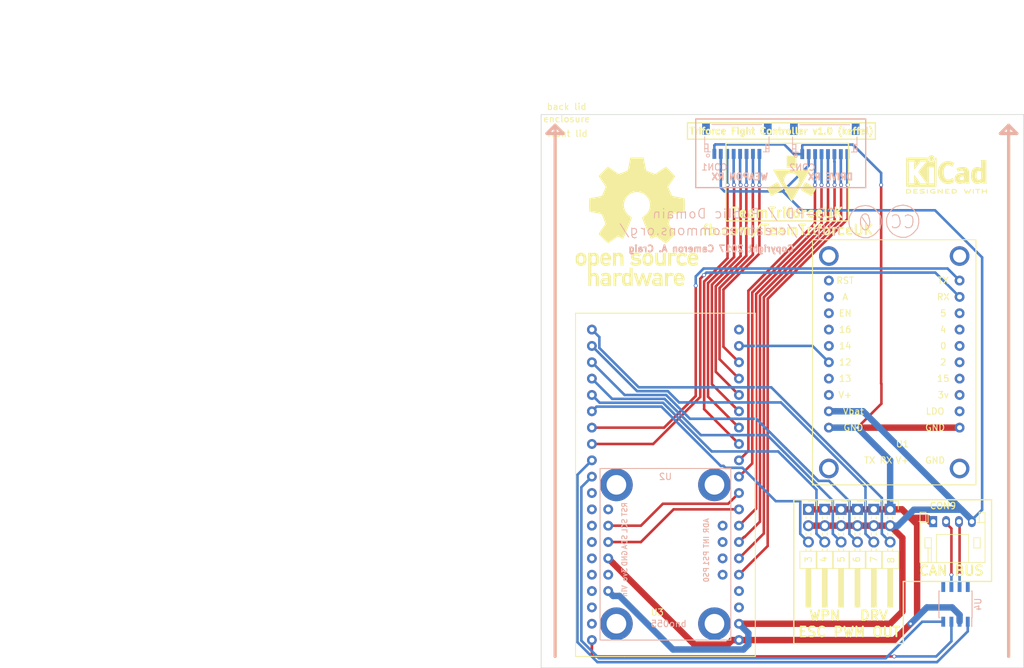
<source format=kicad_pcb>
(kicad_pcb (version 4) (host pcbnew 4.0.7-e2-6376~58~ubuntu16.04.1)
  (layers (0 F.Cu signal) (31 B.Cu signal) (34 B.Paste user hide) (35 F.Paste user hide) (36 B.SilkS user) (37 F.SilkS user) (38 B.Mask user) (39 F.Mask user) (44 Edge.Cuts user))
  (net 0 "")
  (net 1 GND)
  (net 2 +5V)
  (net 3 BNO_MBED_SDA)
  (net 4 BNO_MBED_SCL)
  (net 5 PWM_OUT_DRV_MOTOR_1)
  (net 6 PWM_OUT_DRV_MOTOR_2)
  (net 7 PWM_OUT_DRV_MOTOR_3)
  (net 8 PWM_OUT_WPN_MOTOR_1)
  (net 9 PWM_OUT_WPN_MOTOR_2)
  (net 10 PWM_OUT_WPN_MOTOR_3)
  (net 11 ESP_MBED_RX)
  (net 12 ESP_MBED_TX)
  (net 13 ESP_READY)
  (net 14 "Net-(U1-Pad1)")
  (net 15 "Net-(U1-Pad2)")
  (net 16 "Net-(U1-Pad3)")
  (net 17 "Net-(U1-Pad13)")
  (net 18 "Net-(U1-Pad14)")
  (net 19 "Net-(U1-Pad15)")
  (net 20 "Net-(U1-Pad16)")
  (net 21 "Net-(U1-Pad4)")
  (net 22 "Net-(U1-Pad5)")
  (net 23 "Net-(U3-Pad3)")
  (net 24 "Net-(U3-Pad4)")
  (net 25 "Net-(U3-Pad20)")
  (net 26 "Net-(U3-Pad31)")
  (net 27 "Net-(U3-Pad32)")
  (net 28 "Net-(U3-Pad33)")
  (net 29 "Net-(U3-Pad34)")
  (net 30 "Net-(U3-Pad35)")
  (net 31 "Net-(U3-Pad36)")
  (net 32 "Net-(U3-Pad37)")
  (net 33 "Net-(U3-Pad38)")
  (net 34 "Net-(U3-Pad39)")
  (net 35 "Net-(U1-Pad7)")
  (net 36 "Net-(U1-Pad8)")
  (net 37 "Net-(U1-Pad12)")
  (net 38 "Net-(U1-Pad17)")
  (net 39 "Net-(U1-Pad18)")
  (net 40 "Net-(U1-Pad21)")
  (net 41 "Net-(U1-Pad22)")
  (net 42 "Net-(U1-Pad23)")
  (net 43 "Net-(U1-Pad24)")
  (net 44 "Net-(U1-Pad25)")
  (net 45 "Net-(U1-Pad26)")
  (net 46 "Net-(U2-Pad2)")
  (net 47 "Net-(U2-Pad6)")
  (net 48 "Net-(U2-Pad10)")
  (net 49 "Net-(U2-Pad9)")
  (net 50 "Net-(U2-Pad8)")
  (net 51 "Net-(U2-Pad7)")
  (net 52 IN_RX_W1)
  (net 53 IN_RX_W2)
  (net 54 IN_RX_W3)
  (net 55 IN_RX_W4)
  (net 56 IN_RX_W5)
  (net 57 IN_RX_W6)
  (net 58 IN_RX_D1)
  (net 59 IN_RX_D2)
  (net 60 IN_RX_D3)
  (net 61 IN_RX_D4)
  (net 62 IN_RX_D5)
  (net 63 IN_RX_D6)
  (net 64 CAN_RXD)
  (net 65 CAN_TXD)
  (net 66 MBED_3V3)
  (net 67 "Net-(U4-Pad5)")
  (net 68 "Net-(U4-Pad8)")
  (net 69 CAN_L)
  (net 70 CAN_H)
  (module Triforce_Fight_Controller:enclosure (layer F.Cu) (at 112.268 55.499)
    (fp_text reference "front lid" (at 3.937 0.635) (layer F.SilkS))
    (fp_text value enclosure)
  )
  (module Triforce_Fight_Controller:enclosure (layer F.Cu) (at 112.141 51.308)
    (fp_text reference "back lid" (at 3.937 0.635) (layer F.SilkS))
    (fp_text value enclosure)
  )
  (module Symbols:KiCad-Logo2_6mm_SilkScreen (layer F.Cu) (at 175.119 62.451)
    (fp_text reference REF*** hide)
    (fp_text value KiCad-Logo2_6mm_SilkScreen hide)
  )
  (module Symbols:OSHW-Logo_19x20mm_SilkScreen (layer F.Cu) (at 126.986 69.817)
    (fp_text reference REF*** hide)
    (fp_text value OSHW-Logo_19x20mm_SilkScreen hide)
  )
  (module Symbols:Symbol_CreativeCommonsPublicDomain_SilkScreenTop_Small (layer B.Cu) (at 148.703 69.69 180)
    (fp_text reference "" (at 0.59944 7.29996 180) (layer B.SilkS) (effects (justify mirror)))
    (fp_text value Symbol_CreativeCommonsPublicDomain_SilkScreenTop_Small)
  )
  (module Triforce_Fight_Controller:ESP8266 (layer F.Cu) (at 161.911 76.421)
    (fp_text reference U1 (at 6.35 27.94) (layer F.SilkS))
    (fp_text value ADAFRUIT_HUZZAH)
    (fp_text user GND (at 11.43 25.4) (layer F.SilkS))
    (fp_text user LDO (at 11.43 22.86) (layer F.SilkS))
    (fp_text user 3v (at 12.7 20.32) (layer F.SilkS))
    (fp_text user 15 (at 12.7 17.78) (layer F.SilkS))
    (fp_text user 2 (at 12.7 15.24) (layer F.SilkS))
    (fp_text user 0 (at 12.7 12.7) (layer F.SilkS))
    (fp_text user 4 (at 12.7 10.16) (layer F.SilkS))
    (fp_text user 5 (at 12.7 7.62) (layer F.SilkS))
    (fp_text user RX (at 12.7 5.08) (layer F.SilkS))
    (fp_text user TX (at 12.7 2.54) (layer F.SilkS))
    (fp_text user GND (at -1.27 25.4) (layer F.SilkS))
    (fp_text user Vbat (at -1.27 22.86) (layer F.SilkS))
    (fp_text user V+ (at -2.54 20.32) (layer F.SilkS))
    (fp_text user 13 (at -2.54 17.78) (layer F.SilkS))
    (fp_text user 12 (at -2.54 15.24) (layer F.SilkS))
    (fp_text user 14 (at -2.54 12.7) (layer F.SilkS))
    (fp_text user 16 (at -2.54 10.16) (layer F.SilkS))
    (fp_text user EN (at -2.54 7.62) (layer F.SilkS))
    (fp_text user A (at -2.54 5.08) (layer F.SilkS))
    (fp_text user RST (at -2.54 2.54) (layer F.SilkS))
    (fp_text user GND (at 11.43 30.48) (layer F.SilkS))
    (fp_text user V+ (at 6.35 30.48) (layer F.SilkS))
    (fp_text user RX (at 3.81 30.48) (layer F.SilkS))
    (fp_text user TX (at 1.27 30.48) (layer F.SilkS))
    (pad "" thru_hole circle (at -5.08 -1.27) (size 3.048 3.048) (drill 2.032) (layers *.Cu *.Mask))
    (pad "" thru_hole circle (at -5.08 31.75) (size 3.048 3.048) (drill 2.032) (layers *.Cu *.Mask))
    (pad "" thru_hole circle (at 15.24 31.75) (size 3.048 3.048) (drill 2.032) (layers *.Cu *.Mask))
    (pad 1 thru_hole circle (at -5.08 2.54) (size 1.524 1.524) (drill 0.762) (layers *.Cu *.Mask) (net 14 "Net-(U1-Pad1)"))
    (pad 2 thru_hole circle (at -5.08 5.08) (size 1.524 1.524) (drill 0.762) (layers *.Cu *.Mask) (net 15 "Net-(U1-Pad2)"))
    (pad 3 thru_hole circle (at -5.08 7.62) (size 1.524 1.524) (drill 0.762) (layers *.Cu *.Mask) (net 16 "Net-(U1-Pad3)"))
    (pad 4 thru_hole circle (at -5.08 10.16) (size 1.524 1.524) (drill 0.762) (layers *.Cu *.Mask) (net 21 "Net-(U1-Pad4)"))
    (pad 5 thru_hole circle (at -5.08 12.7) (size 1.524 1.524) (drill 0.762) (layers *.Cu *.Mask) (net 22 "Net-(U1-Pad5)"))
    (pad 6 thru_hole circle (at -5.08 15.24) (size 1.524 1.524) (drill 0.762) (layers *.Cu *.Mask) (net 13 ESP_READY))
    (pad 7 thru_hole circle (at -5.08 17.78) (size 1.524 1.524) (drill 0.762) (layers *.Cu *.Mask) (net 35 "Net-(U1-Pad7)"))
    (pad 8 thru_hole circle (at -5.08 20.32) (size 1.524 1.524) (drill 0.762) (layers *.Cu *.Mask) (net 36 "Net-(U1-Pad8)"))
    (pad 9 thru_hole circle (at -5.08 22.86) (size 1.524 1.524) (drill 0.762) (layers *.Cu *.Mask) (net 2 +5V))
    (pad 10 thru_hole circle (at -5.08 25.4) (size 1.524 1.524) (drill 0.762) (layers *.Cu *.Mask) (net 1 GND))
    (pad 11 thru_hole circle (at 15.24 25.4) (size 1.524 1.524) (drill 0.762) (layers *.Cu *.Mask) (net 1 GND))
    (pad 12 thru_hole circle (at 15.24 22.86) (size 1.524 1.524) (drill 0.762) (layers *.Cu *.Mask) (net 37 "Net-(U1-Pad12)"))
    (pad 13 thru_hole circle (at 15.24 20.32) (size 1.524 1.524) (drill 0.762) (layers *.Cu *.Mask) (net 17 "Net-(U1-Pad13)"))
    (pad 14 thru_hole circle (at 15.24 17.78) (size 1.524 1.524) (drill 0.762) (layers *.Cu *.Mask) (net 18 "Net-(U1-Pad14)"))
    (pad 15 thru_hole circle (at 15.24 15.24) (size 1.524 1.524) (drill 0.762) (layers *.Cu *.Mask) (net 19 "Net-(U1-Pad15)"))
    (pad 16 thru_hole circle (at 15.24 12.7) (size 1.524 1.524) (drill 0.762) (layers *.Cu *.Mask) (net 20 "Net-(U1-Pad16)"))
    (pad 17 thru_hole circle (at 15.24 10.16) (size 1.524 1.524) (drill 0.762) (layers *.Cu *.Mask) (net 38 "Net-(U1-Pad17)"))
    (pad 18 thru_hole circle (at 15.24 7.62) (size 1.524 1.524) (drill 0.762) (layers *.Cu *.Mask) (net 39 "Net-(U1-Pad18)"))
    (pad 19 thru_hole circle (at 15.24 5.08) (size 1.524 1.524) (drill 0.762) (layers *.Cu *.Mask) (net 12 ESP_MBED_TX))
    (pad 20 thru_hole circle (at 15.24 2.54) (size 1.524 1.524) (drill 0.762) (layers *.Cu *.Mask) (net 11 ESP_MBED_RX))
    (pad "" thru_hole circle (at 15.24 -1.27) (size 3.048 3.048) (drill 2.032) (layers *.Cu *.Mask))
  )
  (module Triforce_Fight_Controller:lpc1768 (layer F.Cu) (at 145.401 84.041 180)
    (fp_text reference U3 (at 15.24 -46.49 180) (layer F.SilkS))
    (fp_text value LPC1768)
    (pad 1 thru_hole circle (at 2.54 -50.8 180) (size 1.524 1.524) (drill 0.762) (layers *.Cu *.Mask) (net 1 GND))
    (pad 2 thru_hole circle (at 2.54 -48.26 180) (size 1.524 1.524) (drill 0.762) (layers *.Cu *.Mask) (net 2 +5V))
    (pad 3 thru_hole circle (at 2.54 -45.72 180) (size 1.524 1.524) (drill 0.762) (layers *.Cu *.Mask) (net 23 "Net-(U3-Pad3)"))
    (pad 4 thru_hole circle (at 2.54 -43.18 180) (size 1.524 1.524) (drill 0.762) (layers *.Cu *.Mask) (net 24 "Net-(U3-Pad4)"))
    (pad 5 thru_hole circle (at 2.54 -40.64 180) (size 1.524 1.524) (drill 0.762) (layers *.Cu *.Mask) (net 57 IN_RX_W6))
    (pad 6 thru_hole circle (at 2.54 -38.1 180) (size 1.524 1.524) (drill 0.762) (layers *.Cu *.Mask) (net 56 IN_RX_W5))
    (pad 7 thru_hole circle (at 2.54 -35.56 180) (size 1.524 1.524) (drill 0.762) (layers *.Cu *.Mask) (net 55 IN_RX_W4))
    (pad 8 thru_hole circle (at 2.54 -33.02 180) (size 1.524 1.524) (drill 0.762) (layers *.Cu *.Mask) (net 54 IN_RX_W3))
    (pad 9 thru_hole circle (at 2.54 -30.48 180) (size 1.524 1.524) (drill 0.762) (layers *.Cu *.Mask) (net 3 BNO_MBED_SDA))
    (pad 10 thru_hole circle (at 2.54 -27.94 180) (size 1.524 1.524) (drill 0.762) (layers *.Cu *.Mask) (net 4 BNO_MBED_SCL))
    (pad 11 thru_hole circle (at 2.54 -25.4 180) (size 1.524 1.524) (drill 0.762) (layers *.Cu *.Mask) (net 53 IN_RX_W2))
    (pad 12 thru_hole circle (at 2.54 -22.86 180) (size 1.524 1.524) (drill 0.762) (layers *.Cu *.Mask) (net 52 IN_RX_W1))
    (pad 13 thru_hole circle (at 2.54 -20.32 180) (size 1.524 1.524) (drill 0.762) (layers *.Cu *.Mask) (net 58 IN_RX_D1))
    (pad 14 thru_hole circle (at 2.54 -17.78 180) (size 1.524 1.524) (drill 0.762) (layers *.Cu *.Mask) (net 59 IN_RX_D2))
    (pad 15 thru_hole circle (at 2.54 -15.24 180) (size 1.524 1.524) (drill 0.762) (layers *.Cu *.Mask) (net 60 IN_RX_D3))
    (pad 16 thru_hole circle (at 2.54 -12.7 180) (size 1.524 1.524) (drill 0.762) (layers *.Cu *.Mask) (net 61 IN_RX_D4))
    (pad 17 thru_hole circle (at 2.54 -10.16 180) (size 1.524 1.524) (drill 0.762) (layers *.Cu *.Mask) (net 62 IN_RX_D5))
    (pad 18 thru_hole circle (at 2.54 -7.62 180) (size 1.524 1.524) (drill 0.762) (layers *.Cu *.Mask) (net 63 IN_RX_D6))
    (pad 19 thru_hole circle (at 2.54 -5.08 180) (size 1.524 1.524) (drill 0.762) (layers *.Cu *.Mask) (net 13 ESP_READY))
    (pad 20 thru_hole circle (at 2.54 -2.54 180) (size 1.524 1.524) (drill 0.762) (layers *.Cu *.Mask) (net 25 "Net-(U3-Pad20)"))
    (pad 21 thru_hole circle (at 25.4 -2.54 180) (size 1.524 1.524) (drill 0.762) (layers *.Cu *.Mask) (net 7 PWM_OUT_DRV_MOTOR_3))
    (pad 22 thru_hole circle (at 25.4 -5.08 180) (size 1.524 1.524) (drill 0.762) (layers *.Cu *.Mask) (net 6 PWM_OUT_DRV_MOTOR_2))
    (pad 23 thru_hole circle (at 25.4 -7.62 180) (size 1.524 1.524) (drill 0.762) (layers *.Cu *.Mask) (net 5 PWM_OUT_DRV_MOTOR_1))
    (pad 24 thru_hole circle (at 25.4 -10.16 180) (size 1.524 1.524) (drill 0.762) (layers *.Cu *.Mask) (net 10 PWM_OUT_WPN_MOTOR_3))
    (pad 25 thru_hole circle (at 25.4 -12.7 180) (size 1.524 1.524) (drill 0.762) (layers *.Cu *.Mask) (net 9 PWM_OUT_WPN_MOTOR_2))
    (pad 26 thru_hole circle (at 25.4 -15.24 180) (size 1.524 1.524) (drill 0.762) (layers *.Cu *.Mask) (net 8 PWM_OUT_WPN_MOTOR_1))
    (pad 27 thru_hole circle (at 25.4 -17.78 180) (size 1.524 1.524) (drill 0.762) (layers *.Cu *.Mask) (net 11 ESP_MBED_RX))
    (pad 28 thru_hole circle (at 25.4 -20.32 180) (size 1.524 1.524) (drill 0.762) (layers *.Cu *.Mask) (net 12 ESP_MBED_TX))
    (pad 30 thru_hole circle (at 25.4 -25.4 180) (size 1.524 1.524) (drill 0.762) (layers *.Cu *.Mask) (net 64 CAN_RXD))
    (pad 31 thru_hole circle (at 25.4 -27.94 180) (size 1.524 1.524) (drill 0.762) (layers *.Cu *.Mask) (net 26 "Net-(U3-Pad31)"))
    (pad 32 thru_hole circle (at 25.4 -30.48 180) (size 1.524 1.524) (drill 0.762) (layers *.Cu *.Mask) (net 27 "Net-(U3-Pad32)"))
    (pad 33 thru_hole circle (at 25.4 -33.02 180) (size 1.524 1.524) (drill 0.762) (layers *.Cu *.Mask) (net 28 "Net-(U3-Pad33)"))
    (pad 34 thru_hole circle (at 25.4 -35.56 180) (size 1.524 1.524) (drill 0.762) (layers *.Cu *.Mask) (net 29 "Net-(U3-Pad34)"))
    (pad 35 thru_hole circle (at 25.4 -38.1 180) (size 1.524 1.524) (drill 0.762) (layers *.Cu *.Mask) (net 30 "Net-(U3-Pad35)"))
    (pad 36 thru_hole circle (at 25.4 -40.64 180) (size 1.524 1.524) (drill 0.762) (layers *.Cu *.Mask) (net 31 "Net-(U3-Pad36)"))
    (pad 37 thru_hole circle (at 25.4 -43.18 180) (size 1.524 1.524) (drill 0.762) (layers *.Cu *.Mask) (net 32 "Net-(U3-Pad37)"))
    (pad 38 thru_hole circle (at 25.4 -45.72 180) (size 1.524 1.524) (drill 0.762) (layers *.Cu *.Mask) (net 33 "Net-(U3-Pad38)"))
    (pad 39 thru_hole circle (at 25.4 -48.26 180) (size 1.524 1.524) (drill 0.762) (layers *.Cu *.Mask) (net 34 "Net-(U3-Pad39)"))
    (pad 29 thru_hole circle (at 25.4 -22.86 180) (size 1.524 1.524) (drill 0.762) (layers *.Cu *.Mask) (net 65 CAN_TXD))
    (pad 40 thru_hole circle (at 25.4 -50.8 180) (size 1.524 1.524) (drill 0.762) (layers *.Cu *.Mask) (net 66 MBED_3V3))
  )
  (module Triforce_Fight_Controller:JST_PH_S4B-PH-K_04x2.00mm_Angled (layer F.Cu) (at 173.056 116.426)
    (fp_text reference CON9 (at 1.5 -2.45) (layer F.SilkS))
    (fp_text value Conn_01x04)
    (pad 1 thru_hole rect (at 0 0) (size 1.2 1.7) (drill 0.75) (layers *.Cu *.Mask) (net 1 GND))
    (pad 2 thru_hole oval (at 2 0) (size 1.2 1.7) (drill 0.75) (layers *.Cu *.Mask) (net 69 CAN_L))
    (pad 3 thru_hole oval (at 4 0) (size 1.2 1.7) (drill 0.75) (layers *.Cu *.Mask) (net 70 CAN_H))
    (pad 4 thru_hole oval (at 6 0) (size 1.2 1.7) (drill 0.75) (layers *.Cu *.Mask) (net 2 +5V))
  )
  (module Triforce_Fight_Controller:SOIC-8_3.9x4.9mm_Pitch1.27mm (layer B.Cu) (at 176.516 129.286 90)
    (fp_text reference U4 (at 0 3.5 90) (layer B.SilkS) (effects (justify mirror)))
    (fp_text value SN65HVD232)
    (pad 1 smd rect (at -2.7 1.905 90) (size 1.55 0.6) (layers B.Cu B.Paste B.Mask) (net 65 CAN_TXD))
    (pad 2 smd rect (at -2.7 0.635 90) (size 1.55 0.6) (layers B.Cu B.Paste B.Mask) (net 1 GND))
    (pad 3 smd rect (at -2.7 -0.635 90) (size 1.55 0.6) (layers B.Cu B.Paste B.Mask) (net 66 MBED_3V3))
    (pad 4 smd rect (at -2.7 -1.905 90) (size 1.55 0.6) (layers B.Cu B.Paste B.Mask) (net 64 CAN_RXD))
    (pad 5 smd rect (at 2.7 -1.905 90) (size 1.55 0.6) (layers B.Cu B.Paste B.Mask) (net 67 "Net-(U4-Pad5)"))
    (pad 6 smd rect (at 2.7 -0.635 90) (size 1.55 0.6) (layers B.Cu B.Paste B.Mask) (net 69 CAN_L))
    (pad 7 smd rect (at 2.7 0.635 90) (size 1.55 0.6) (layers B.Cu B.Paste B.Mask) (net 70 CAN_H))
    (pad 8 smd rect (at 2.7 1.905 90) (size 1.55 0.6) (layers B.Cu B.Paste B.Mask) (net 68 "Net-(U4-Pad8)"))
  )
  (module Triforce_Fight_Controller:JST_SH_SM08B-SRSS-TB_08x1.00mm_Angled (layer B.Cu) (at 142.536 57.3385)
    (fp_text reference CON1 (at -3.5 4) (layer B.SilkS) (effects (justify mirror)))
    (fp_text value Conn_01x08)
    (pad 1 smd rect (at -3.5 1.9375) (size 0.6 1.55) (layers B.Cu B.Paste B.Mask) (net 1 GND))
    (pad 2 smd rect (at -2.5 1.9375) (size 0.6 1.55) (layers B.Cu B.Paste B.Mask) (net 2 +5V))
    (pad 3 smd rect (at -1.5 1.9375) (size 0.6 1.55) (layers B.Cu B.Paste B.Mask) (net 58 IN_RX_D1))
    (pad 4 smd rect (at -0.5 1.9375) (size 0.6 1.55) (layers B.Cu B.Paste B.Mask) (net 59 IN_RX_D2))
    (pad 5 smd rect (at 0.5 1.9375) (size 0.6 1.55) (layers B.Cu B.Paste B.Mask) (net 60 IN_RX_D3))
    (pad 6 smd rect (at 1.5 1.9375) (size 0.6 1.55) (layers B.Cu B.Paste B.Mask) (net 61 IN_RX_D4))
    (pad 7 smd rect (at 2.5 1.9375) (size 0.6 1.55) (layers B.Cu B.Paste B.Mask) (net 62 IN_RX_D5))
    (pad 8 smd rect (at 3.5 1.9375) (size 0.6 1.55) (layers B.Cu B.Paste B.Mask) (net 63 IN_RX_D6))
    (pad "" smd rect (at -4.8 -1.9375) (size 1.2 1.8) (layers B.Cu B.Paste B.Mask))
    (pad "" smd rect (at 4.8 -1.9375) (size 1.2 1.8) (layers B.Cu B.Paste B.Mask))
  )
  (module Triforce_Fight_Controller:JST_SH_SM08B-SRSS-TB_08x1.00mm_Angled (layer B.Cu) (at 156.196 57.371)
    (fp_text reference CON2 (at -3.5 4) (layer B.SilkS) (effects (justify mirror)))
    (fp_text value Conn_01x08)
    (pad 1 smd rect (at -3.5 1.9375) (size 0.6 1.55) (layers B.Cu B.Paste B.Mask) (net 1 GND))
    (pad 2 smd rect (at -2.5 1.9375) (size 0.6 1.55) (layers B.Cu B.Paste B.Mask) (net 2 +5V))
    (pad 3 smd rect (at -1.5 1.9375) (size 0.6 1.55) (layers B.Cu B.Paste B.Mask) (net 52 IN_RX_W1))
    (pad 4 smd rect (at -0.5 1.9375) (size 0.6 1.55) (layers B.Cu B.Paste B.Mask) (net 53 IN_RX_W2))
    (pad 5 smd rect (at 0.5 1.9375) (size 0.6 1.55) (layers B.Cu B.Paste B.Mask) (net 54 IN_RX_W3))
    (pad 6 smd rect (at 1.5 1.9375) (size 0.6 1.55) (layers B.Cu B.Paste B.Mask) (net 55 IN_RX_W4))
    (pad 7 smd rect (at 2.5 1.9375) (size 0.6 1.55) (layers B.Cu B.Paste B.Mask) (net 56 IN_RX_W5))
    (pad 8 smd rect (at 3.5 1.9375) (size 0.6 1.55) (layers B.Cu B.Paste B.Mask) (net 57 IN_RX_W6))
    (pad "" smd rect (at -4.8 -1.9375) (size 1.2 1.8) (layers B.Cu B.Paste B.Mask))
    (pad "" smd rect (at 4.8 -1.9375) (size 1.2 1.8) (layers B.Cu B.Paste B.Mask))
  )
  (module Triforce_Fight_Controller:BNO055 (layer B.Cu) (at 122.541 127.221 90)
    (fp_text reference U2 (at 17.78 8.89 360) (layer B.SilkS) (effects (justify mirror)))
    (fp_text value bno055 (at -5.08 9.39 360) (layer B.SilkS) (effects (justify mirror)))
    (fp_text user RST (at 12.7 2.54 90) (layer B.SilkS) (effects (font (size 0.8 0.8)) (justify mirror)))
    (fp_text user SCL (at 10.16 2.54 90) (layer B.SilkS) (effects (font (size 0.8 0.8)) (justify mirror)))
    (fp_text user SDA (at 7.62 2.54 90) (layer B.SilkS) (effects (font (size 0.8 0.8)) (justify mirror)))
    (fp_text user GND (at 5.08 2.54 90) (layer B.SilkS) (effects (font (size 0.8 0.8)) (justify mirror)))
    (fp_text user 3vo (at 2.54 2.54 90) (layer B.SilkS) (effects (font (size 0.8 0.8)) (justify mirror)))
    (fp_text user Vin (at 0 2.54 90) (layer B.SilkS) (effects (font (size 0.8 0.8)) (justify mirror)))
    (fp_text user ADR (at 10.16 15.24 90) (layer B.SilkS) (effects (font (size 0.8 0.8)) (justify mirror)))
    (fp_text user INT (at 7.62 15.24 90) (layer B.SilkS) (effects (font (size 0.8 0.8)) (justify mirror)))
    (fp_text user PS1 (at 5.08 15.24 90) (layer B.SilkS) (effects (font (size 0.8 0.8)) (justify mirror)))
    (fp_text user PS0 (at 2.54 15.24 90) (layer B.SilkS) (effects (font (size 0.8 0.8)) (justify mirror)))
    (pad "" thru_hole circle (at -5.08 1.27 90) (size 5.08 5.08) (drill 3.048) (layers *.Cu *.Mask))
    (pad "" thru_hole circle (at -5.08 16.51 90) (size 5.08 5.08) (drill 3.048) (layers *.Cu *.Mask))
    (pad "" thru_hole circle (at 16.51 1.27 90) (size 5.08 5.08) (drill 3.048) (layers *.Cu *.Mask))
    (pad "" thru_hole circle (at 16.51 16.51 90) (size 5.08 5.08) (drill 3.048) (layers *.Cu *.Mask))
    (pad 1 thru_hole circle (at 0 0 90) (size 1.524 1.524) (drill 0.762) (layers *.Cu *.Mask) (net 2 +5V))
    (pad 2 thru_hole circle (at 2.54 0 90) (size 1.524 1.524) (drill 0.762) (layers *.Cu *.Mask) (net 46 "Net-(U2-Pad2)"))
    (pad 3 thru_hole circle (at 5.08 0 90) (size 1.524 1.524) (drill 0.762) (layers *.Cu *.Mask) (net 1 GND))
    (pad 4 thru_hole circle (at 7.62 0 90) (size 1.524 1.524) (drill 0.762) (layers *.Cu *.Mask) (net 3 BNO_MBED_SDA))
    (pad 5 thru_hole circle (at 10.16 0 90) (size 1.524 1.524) (drill 0.762) (layers *.Cu *.Mask) (net 4 BNO_MBED_SCL))
    (pad 6 thru_hole circle (at 12.7 0 90) (size 1.524 1.524) (drill 0.762) (layers *.Cu *.Mask) (net 47 "Net-(U2-Pad6)"))
    (pad 10 thru_hole circle (at 2.54 17.78 90) (size 1.524 1.524) (drill 0.762) (layers *.Cu *.Mask) (net 48 "Net-(U2-Pad10)"))
    (pad 9 thru_hole circle (at 5.08 17.78 90) (size 1.524 1.524) (drill 0.762) (layers *.Cu *.Mask) (net 49 "Net-(U2-Pad9)"))
    (pad 8 thru_hole circle (at 7.62 17.78 90) (size 1.524 1.524) (drill 0.762) (layers *.Cu *.Mask) (net 50 "Net-(U2-Pad8)"))
    (pad 7 thru_hole circle (at 10.16 17.78 90) (size 1.524 1.524) (drill 0.762) (layers *.Cu *.Mask) (net 51 "Net-(U2-Pad7)"))
  )
  (module Triforce_Fight_Controller:logo_small (layer F.Cu) (at 150.989 63.34)
    (fp_text reference G*** hide)
    (fp_text value LOGO hide)
  )
  (module Triforce_Fight_Controller:Pin_Header_Angled_3x01_Pitch2.54mm (layer F.Cu) (at 163.816 117.061 270)
    (fp_text reference 7 (at 5.24 -0.014 270) (layer F.SilkS))
    (fp_text value CON_ESC_D2)
    (pad 3 thru_hole oval (at 2.54 0 270) (size 1.7 1.7) (drill 1) (layers *.Cu *.Mask) (net 6 PWM_OUT_DRV_MOTOR_2))
    (pad 1 thru_hole rect (at -2.54 0 270) (size 1.7 1.7) (drill 1) (layers *.Cu *.Mask) (net 1 GND))
    (pad 2 thru_hole oval (at 0 0 270) (size 1.7 1.7) (drill 1) (layers *.Cu *.Mask) (net 2 +5V))
  )
  (module Triforce_Fight_Controller:Pin_Header_Angled_3x01_Pitch2.54mm (layer F.Cu) (at 166.356 117.061 270)
    (fp_text reference 8 (at 5.367 -0.141 270) (layer F.SilkS))
    (fp_text value CON_ESC_D3)
    (pad 3 thru_hole oval (at 2.54 0 270) (size 1.7 1.7) (drill 1) (layers *.Cu *.Mask) (net 7 PWM_OUT_DRV_MOTOR_3))
    (pad 1 thru_hole rect (at -2.54 0 270) (size 1.7 1.7) (drill 1) (layers *.Cu *.Mask) (net 1 GND))
    (pad 2 thru_hole oval (at 0 0 270) (size 1.7 1.7) (drill 1) (layers *.Cu *.Mask) (net 2 +5V))
  )
  (module Triforce_Fight_Controller:Pin_Header_Angled_3x01_Pitch2.54mm (layer F.Cu) (at 161.276 117.061 270)
    (fp_text reference 6 (at 5.24 0.113 270) (layer F.SilkS))
    (fp_text value CON_ESC_D1)
    (pad 3 thru_hole oval (at 2.54 0 270) (size 1.7 1.7) (drill 1) (layers *.Cu *.Mask) (net 5 PWM_OUT_DRV_MOTOR_1))
    (pad 1 thru_hole rect (at -2.54 0 270) (size 1.7 1.7) (drill 1) (layers *.Cu *.Mask) (net 1 GND))
    (pad 2 thru_hole oval (at 0 0 270) (size 1.7 1.7) (drill 1) (layers *.Cu *.Mask) (net 2 +5V))
  )
  (module Triforce_Fight_Controller:Pin_Header_Angled_3x01_Pitch2.54mm (layer F.Cu) (at 158.736 117.061 270)
    (fp_text reference 5 (at 5.24 -0.014 270) (layer F.SilkS))
    (fp_text value CON_ESC_W3)
    (pad 3 thru_hole oval (at 2.54 0 270) (size 1.7 1.7) (drill 1) (layers *.Cu *.Mask) (net 10 PWM_OUT_WPN_MOTOR_3))
    (pad 1 thru_hole rect (at -2.54 0 270) (size 1.7 1.7) (drill 1) (layers *.Cu *.Mask) (net 1 GND))
    (pad 2 thru_hole oval (at 0 0 270) (size 1.7 1.7) (drill 1) (layers *.Cu *.Mask) (net 2 +5V))
  )
  (module Triforce_Fight_Controller:Pin_Header_Angled_3x01_Pitch2.54mm (layer F.Cu) (at 156.196 117.061 270)
    (fp_text reference 4 (at 5.24 0.113 270) (layer F.SilkS))
    (fp_text value CON_ESC_W2)
    (pad 3 thru_hole oval (at 2.54 0 270) (size 1.7 1.7) (drill 1) (layers *.Cu *.Mask) (net 9 PWM_OUT_WPN_MOTOR_2))
    (pad 1 thru_hole rect (at -2.54 0 270) (size 1.7 1.7) (drill 1) (layers *.Cu *.Mask) (net 1 GND))
    (pad 2 thru_hole oval (at 0 0 270) (size 1.7 1.7) (drill 1) (layers *.Cu *.Mask) (net 2 +5V))
  )
  (module Triforce_Fight_Controller:Pin_Header_Angled_3x01_Pitch2.54mm (layer F.Cu) (at 153.656 117.061 270)
    (fp_text reference 3 (at 5.24 -0.014 270) (layer F.SilkS))
    (fp_text value CON_ESC_W1)
    (pad 3 thru_hole oval (at 2.54 0 270) (size 1.7 1.7) (drill 1) (layers *.Cu *.Mask) (net 8 PWM_OUT_WPN_MOTOR_1))
    (pad 1 thru_hole rect (at -2.54 0 270) (size 1.7 1.7) (drill 1) (layers *.Cu *.Mask) (net 1 GND))
    (pad 2 thru_hole oval (at 0 0 270) (size 1.7 1.7) (drill 1) (layers *.Cu *.Mask) (net 2 +5V))
  )
  (module Triforce_Fight_Controller:enclosure (layer F.Cu) (at 112.141 53.213)
    (fp_text reference enclosure (at 3.937 0.635) (layer F.SilkS))
    (fp_text value enclosure)
  )
  (module Triforce_Fight_Controller:enclosure (layer F.Cu) (at 31.75 36.703)
    (fp_text reference enclosure hide)
    (fp_text value enclosure)
  )
  (gr_line (start 136.144 64.516) (end 136.144 53.848) (layer B.SilkS) (width 0.2))
  (gr_line (start 162.56 64.516) (end 136.144 64.516) (layer B.SilkS) (width 0.2))
  (gr_line (start 162.56 53.848) (end 162.56 64.516) (layer B.SilkS) (width 0.2))
  (gr_line (start 136.144 53.848) (end 162.56 53.848) (layer B.SilkS) (width 0.2))
  (gr_line (start 151.384 113.03) (end 151.384 135.382) (layer F.SilkS) (width 0.2))
  (gr_line (start 182.118 113.03) (end 151.384 113.03) (layer F.SilkS) (width 0.2))
  (gr_line (start 182.118 125.73) (end 182.118 113.03) (layer F.SilkS) (width 0.2))
  (gr_line (start 168.402 125.73) (end 182.118 125.73) (layer F.SilkS) (width 0.2))
  (gr_line (start 168.402 135.382) (end 168.402 125.73) (layer F.SilkS) (width 0.2))
  (gr_line (start 151.384 135.382) (end 168.402 135.382) (layer F.SilkS) (width 0.2))
  (gr_line (start 112.119 53.159) (end 112.119 139.159) (layer Edge.Cuts) (width 0.1))
  (gr_line (start 187.119 53.159) (end 112.119 53.159) (layer Edge.Cuts) (width 0.1))
  (gr_line (start 187.119 139.159) (end 187.119 53.159) (layer Edge.Cuts) (width 0.1))
  (gr_line (start 112.119 139.159) (end 187.119 139.159) (layer Edge.Cuts) (width 0.1))
  (gr_line (start 134.86 54.45) (end 134.86 56.99) (layer F.SilkS) (width 0.2))
  (gr_line (start 164.07 54.45) (end 134.86 54.45) (layer F.SilkS) (width 0.2))
  (gr_line (start 164.07 56.99) (end 164.07 54.45) (layer F.SilkS) (width 0.2))
  (gr_line (start 134.86 56.99) (end 164.07 56.99) (layer F.SilkS) (width 0.2))
  (gr_text "WEAPON RX" (at 142.988 62.832) (layer B.SilkS) (effects (font (size 1 1) (thickness 0.25)) (justify mirror)))
  (gr_text "DRIVE RX" (at 157.085 62.832) (layer B.SilkS) (effects (font (size 1 1) (thickness 0.25)) (justify mirror)))
  (gr_text DRV (at 163.816 131.031) (layer F.SilkS) (effects (font (size 1.5 1.5) (thickness 0.3))))
  (gr_text WPN (at 156.196 131.031) (layer F.SilkS) (effects (font (size 1.5 1.5) (thickness 0.3))))
  (gr_text "CAN BUS" (at 175.881 124.046) (layer F.SilkS) (effects (font (size 1.5 1.5) (thickness 0.3))))
  (gr_text "ESC PWM OUT" (at 160.006 133.571) (layer F.SilkS) (effects (font (size 1.5 1.5) (thickness 0.3))))
  (gr_line (start 186.041 56.101) (end 184.771 54.831) (layer F.SilkS) (width 0.5))
  (gr_line (start 183.501 56.101) (end 186.041 56.101) (layer F.SilkS) (width 0.5))
  (gr_line (start 184.771 54.831) (end 183.501 56.101) (layer F.SilkS) (width 0.5))
  (gr_line (start 184.771 137.381) (end 184.771 54.831) (layer F.SilkS) (width 0.5))
  (gr_line (start 114.286 137.381) (end 114.286 54.831) (layer F.SilkS) (width 0.5))
  (gr_line (start 115.556 56.101) (end 114.286 54.831) (layer F.SilkS) (width 0.5))
  (gr_line (start 114.286 54.831) (end 113.016 56.101) (layer F.SilkS) (width 0.5))
  (gr_line (start 113.016 56.101) (end 115.556 56.101) (layer F.SilkS) (width 0.5))
  (gr_text fb.com/TeamTriforceUK (at 150.481 71.087) (layer F.SilkS) (effects (font (size 1.5 1.5) (thickness 0.3))))
  (gr_line (start 159.879 57.625) (end 140.829 57.625) (layer F.SilkS) (width 0.2))
  (gr_line (start 159.879 69.69) (end 159.879 57.625) (layer F.SilkS) (width 0.2))
  (gr_line (start 140.829 69.69) (end 159.879 69.69) (layer F.SilkS) (width 0.2))
  (gr_line (start 140.829 57.625) (end 140.829 69.69) (layer F.SilkS) (width 0.2))
  (gr_text TeamTriforceUK (at 150.354 68.42) (layer F.SilkS) (effects (font (size 1.5 1.5) (thickness 0.3))))
  (gr_line (start 184.771 54.831) (end 183.501 56.101) (layer B.SilkS) (width 0.5))
  (gr_line (start 183.501 56.101) (end 186.041 56.101) (layer B.SilkS) (width 0.5))
  (gr_line (start 186.041 56.101) (end 184.771 54.831) (layer B.SilkS) (width 0.5))
  (gr_line (start 184.771 137.381) (end 184.771 54.831) (layer B.SilkS) (width 0.5))
  (gr_line (start 115.556 56.101) (end 114.286 54.831) (layer B.SilkS) (width 0.5))
  (gr_line (start 113.016 56.101) (end 115.556 56.101) (layer B.SilkS) (width 0.5))
  (gr_line (start 114.286 54.831) (end 113.016 56.101) (layer B.SilkS) (width 0.5))
  (gr_line (start 114.286 137.381) (end 114.286 54.831) (layer B.SilkS) (width 0.5))
  (gr_text "Triforce Fight Controller v1.0 (keffel)" (at 149.465 55.72) (layer F.SilkS) (effects (font (size 1 1) (thickness 0.25))))
  (gr_text "Copyright 2017 Cameron A. Craig" (at 138.543 74.008) (layer B.SilkS) (effects (font (size 1 1) (thickness 0.25)) (justify mirror)))
  (segment (start 177.151 101.821) (end 161.276 101.821) (width 1) (layer F.Cu) (net 1))
  (segment (start 161.276 101.821) (end 156.831 101.821) (width 1) (layer B.Cu) (net 1))
  (segment (start 164.959 64.102) (end 164.959 94.959) (width 0.4) (layer F.Cu) (net 1))
  (segment (start 164.959 94.959) (end 165 95) (width 0.4) (layer F.Cu) (net 1))
  (segment (start 165 95) (end 165 98.097) (width 0.4) (layer F.Cu) (net 1))
  (segment (start 165 98.097) (end 161.276 101.821) (width 0.4) (layer F.Cu) (net 1))
  (segment (start 152.835999 57.833499) (end 152.696 57.973498) (width 0.4) (layer B.Cu) (net 1))
  (segment (start 152.696 57.973498) (end 152.696 59.3085) (width 0.4) (layer B.Cu) (net 1))
  (segment (start 149.888499 57.800999) (end 139.175999 57.800999) (width 0.4) (layer B.Cu) (net 1))
  (segment (start 139.036 57.940998) (end 139.036 59.276) (width 0.4) (layer B.Cu) (net 1))
  (segment (start 139.175999 57.800999) (end 139.036 57.940998) (width 0.4) (layer B.Cu) (net 1))
  (segment (start 169.531 132.301) (end 170.547 131.285) (width 1) (layer F.Cu) (net 1))
  (segment (start 170.547 131.285) (end 170.547 116.862) (width 1) (layer F.Cu) (net 1))
  (segment (start 170.547 116.862) (end 169.531 115.846) (width 1) (layer F.Cu) (net 1))
  (segment (start 177.151 131.986) (end 177.151 130.920998) (width 1) (layer B.Cu) (net 1))
  (segment (start 177.151 130.920998) (end 175.991002 129.761) (width 1) (layer B.Cu) (net 1))
  (segment (start 175.991002 129.761) (end 172.071 129.761) (width 1) (layer B.Cu) (net 1))
  (segment (start 172.071 129.761) (end 169.531 132.301) (width 1) (layer B.Cu) (net 1))
  (segment (start 160.556001 57.833499) (end 164.959 62.236498) (width 0.4) (layer B.Cu) (net 1))
  (segment (start 164.959 62.236498) (end 164.959 64.102) (width 0.4) (layer B.Cu) (net 1))
  (via (at 164.959 64.102) (size 0.6) (drill 0.4) (layers F.Cu B.Cu) (net 1))
  (segment (start 160.556001 57.833499) (end 152.835999 57.833499) (width 0.4) (layer B.Cu) (net 1))
  (segment (start 152.696 59.3085) (end 151.396 59.3085) (width 0.4) (layer B.Cu) (net 1))
  (segment (start 151.396 59.3085) (end 149.888499 57.800999) (width 0.4) (layer B.Cu) (net 1))
  (via (at 169.531 132.301) (size 0.6) (drill 0.4) (layers F.Cu B.Cu) (net 1))
  (segment (start 166.356 106.901) (end 164.503893 105.048893) (width 1) (layer B.Cu) (net 1))
  (segment (start 164.503893 105.048893) (end 161.276 101.821) (width 1) (layer B.Cu) (net 1))
  (via (at 161.276 101.821) (size 0.6) (drill 0.4) (layers F.Cu B.Cu) (net 1))
  (segment (start 166.356 114.521) (end 166.356 106.901) (width 1) (layer B.Cu) (net 1))
  (segment (start 142.861 134.841) (end 141.78337 134.841) (width 1) (layer F.Cu) (net 1))
  (segment (start 141.78337 134.841) (end 141.083369 135.541001) (width 1) (layer F.Cu) (net 1))
  (segment (start 141.083369 135.541001) (end 135.941001 135.541001) (width 1) (layer F.Cu) (net 1))
  (segment (start 135.941001 135.541001) (end 123.302999 122.902999) (width 1) (layer F.Cu) (net 1))
  (segment (start 123.302999 122.902999) (end 122.541 122.141) (width 1) (layer F.Cu) (net 1))
  (segment (start 169.531 115.846) (end 172.126 115.846) (width 1) (layer F.Cu) (net 1))
  (segment (start 172.126 115.846) (end 172.53599 116.25599) (width 1) (layer F.Cu) (net 1))
  (segment (start 172.53599 116.25599) (end 172.53599 116.426) (width 1) (layer F.Cu) (net 1))
  (segment (start 142.861 134.841) (end 166.991 134.841) (width 1) (layer F.Cu) (net 1))
  (segment (start 166.991 134.841) (end 169.531 132.301) (width 1) (layer F.Cu) (net 1))
  (segment (start 169.531 115.846) (end 168.206 114.521) (width 1) (layer F.Cu) (net 1))
  (segment (start 168.206 114.521) (end 166.356 114.521) (width 1) (layer F.Cu) (net 1))
  (segment (start 163.816 114.521) (end 166.356 114.521) (width 1) (layer F.Cu) (net 1))
  (segment (start 161.276 114.521) (end 163.816 114.521) (width 1) (layer F.Cu) (net 1))
  (segment (start 158.736 114.521) (end 161.276 114.521) (width 1) (layer F.Cu) (net 1))
  (segment (start 156.196 114.521) (end 158.736 114.521) (width 1) (layer F.Cu) (net 1))
  (segment (start 153.656 114.521) (end 156.196 114.521) (width 1) (layer F.Cu) (net 1))
  (segment (start 173.436 116.176) (end 173.436 116.426) (width 0.4) (layer F.Cu) (net 1))
  (segment (start 173.330522 68.039) (end 152.614498 68.039) (width 0.4) (layer B.Cu) (net 2))
  (segment (start 152.614498 68.039) (end 149.677499 65.102001) (width 0.4) (layer B.Cu) (net 2))
  (segment (start 180.656 114.576) (end 180.656 75.364478) (width 0.4) (layer B.Cu) (net 2))
  (segment (start 180.656 75.364478) (end 173.330522 68.039) (width 0.4) (layer B.Cu) (net 2))
  (segment (start 140.036 59.276) (end 140.036 64.535002) (width 0.4) (layer B.Cu) (net 2))
  (segment (start 140.602999 65.102001) (end 149.677499 65.102001) (width 0.4) (layer B.Cu) (net 2))
  (segment (start 149.677499 65.102001) (end 153.696 61.0835) (width 0.4) (layer B.Cu) (net 2))
  (segment (start 140.036 64.535002) (end 140.602999 65.102001) (width 0.4) (layer B.Cu) (net 2))
  (segment (start 153.696 61.0835) (end 153.696 59.3085) (width 0.4) (layer B.Cu) (net 2))
  (segment (start 180.656 114.576) (end 179.056 116.176) (width 0.4) (layer B.Cu) (net 2))
  (segment (start 179.056 116.176) (end 179.056 116.426) (width 1) (layer B.Cu) (net 2))
  (segment (start 179.056 116.176) (end 162.161 99.281) (width 1) (layer B.Cu) (net 2))
  (segment (start 162.161 99.281) (end 157.90863 99.281) (width 1) (layer B.Cu) (net 2))
  (segment (start 157.90863 99.281) (end 156.831 99.281) (width 1) (layer B.Cu) (net 2))
  (segment (start 179.056 116.176) (end 177.456 114.576) (width 1) (layer B.Cu) (net 2))
  (segment (start 177.456 114.576) (end 170.043081 114.576) (width 1) (layer B.Cu) (net 2))
  (segment (start 167.558081 117.061) (end 166.356 117.061) (width 1) (layer B.Cu) (net 2))
  (segment (start 170.043081 114.576) (end 167.558081 117.061) (width 1) (layer B.Cu) (net 2))
  (segment (start 142.861 132.301) (end 144.323001 133.763001) (width 1) (layer B.Cu) (net 2))
  (segment (start 144.323001 133.763001) (end 144.323001 135.542761) (width 1) (layer B.Cu) (net 2))
  (segment (start 144.323001 135.542761) (end 143.562761 136.303001) (width 1) (layer B.Cu) (net 2))
  (segment (start 143.562761 136.303001) (end 132.608203 136.303001) (width 1) (layer B.Cu) (net 2))
  (segment (start 123.302999 127.982999) (end 122.541 127.221) (width 1) (layer B.Cu) (net 2))
  (segment (start 132.608203 136.303001) (end 124.288201 127.982999) (width 1) (layer B.Cu) (net 2))
  (segment (start 124.288201 127.982999) (end 123.302999 127.982999) (width 1) (layer B.Cu) (net 2))
  (segment (start 142.861 132.301) (end 166.356 132.301) (width 1) (layer F.Cu) (net 2))
  (segment (start 168.261 130.396) (end 168.261 118.966) (width 1) (layer F.Cu) (net 2))
  (segment (start 166.356 132.301) (end 168.261 130.396) (width 1) (layer F.Cu) (net 2))
  (segment (start 168.261 118.966) (end 167.205999 117.910999) (width 1) (layer F.Cu) (net 2))
  (segment (start 167.205999 117.910999) (end 166.356 117.061) (width 1) (layer F.Cu) (net 2))
  (segment (start 153.656 117.061) (end 156.196 117.061) (width 1) (layer F.Cu) (net 2))
  (segment (start 158.736 117.061) (end 156.196 117.061) (width 1) (layer F.Cu) (net 2))
  (segment (start 161.276 117.061) (end 158.736 117.061) (width 1) (layer F.Cu) (net 2))
  (segment (start 163.816 117.061) (end 161.276 117.061) (width 1) (layer F.Cu) (net 2))
  (segment (start 166.356 117.061) (end 163.816 117.061) (width 1) (layer F.Cu) (net 2))
  (segment (start 127.621 119.601) (end 132.701 114.521) (width 0.4) (layer F.Cu) (net 3))
  (segment (start 132.701 114.521) (end 142.861 114.521) (width 0.4) (layer F.Cu) (net 3))
  (segment (start 122.541 119.601) (end 127.621 119.601) (width 0.4) (layer F.Cu) (net 3))
  (segment (start 131.030999 113.651001) (end 127.621 117.061) (width 0.4) (layer F.Cu) (net 4))
  (segment (start 127.621 117.061) (end 122.541 117.061) (width 0.4) (layer F.Cu) (net 4))
  (segment (start 142.861 111.981) (end 141.190999 113.651001) (width 0.4) (layer F.Cu) (net 4))
  (segment (start 141.190999 113.651001) (end 131.030999 113.651001) (width 0.4) (layer F.Cu) (net 4))
  (segment (start 156.850001 110.095001) (end 160.025999 113.270999) (width 0.4) (layer B.Cu) (net 5))
  (segment (start 150.157097 105.026012) (end 155.226086 110.095001) (width 0.4) (layer B.Cu) (net 5))
  (segment (start 145.568459 100.443001) (end 150.151469 105.026012) (width 0.4) (layer B.Cu) (net 5))
  (segment (start 132.317597 97.513969) (end 135.246627 100.443001) (width 0.4) (layer B.Cu) (net 5))
  (segment (start 132.3115 97.513969) (end 132.317597 97.513969) (width 0.4) (layer B.Cu) (net 5))
  (segment (start 131.549497 96.751967) (end 132.3115 97.513969) (width 0.4) (layer B.Cu) (net 5))
  (segment (start 125.091967 96.751967) (end 131.549497 96.751967) (width 0.4) (layer B.Cu) (net 5))
  (segment (start 155.226086 110.095001) (end 156.850001 110.095001) (width 0.4) (layer B.Cu) (net 5))
  (segment (start 120.001 91.661) (end 125.091967 96.751967) (width 0.4) (layer B.Cu) (net 5))
  (segment (start 160.426001 118.751001) (end 161.276 119.601) (width 0.4) (layer B.Cu) (net 5))
  (segment (start 135.246627 100.443001) (end 145.568459 100.443001) (width 0.4) (layer B.Cu) (net 5))
  (segment (start 160.025999 113.270999) (end 160.025999 118.350999) (width 0.4) (layer B.Cu) (net 5))
  (segment (start 160.025999 118.350999) (end 160.426001 118.751001) (width 0.4) (layer B.Cu) (net 5))
  (segment (start 150.151469 105.026012) (end 150.157097 105.026012) (width 0.4) (layer B.Cu) (net 5))
  (segment (start 162.526001 118.311001) (end 162.966001 118.751001) (width 0.4) (layer B.Cu) (net 6))
  (segment (start 162.526001 111.050543) (end 162.526001 118.311001) (width 0.4) (layer B.Cu) (net 6))
  (segment (start 149.378459 97.903001) (end 162.526001 111.050543) (width 0.4) (layer B.Cu) (net 6))
  (segment (start 133.55517 97.903001) (end 149.378459 97.903001) (width 0.4) (layer B.Cu) (net 6))
  (segment (start 131.804125 96.151956) (end 133.55517 97.903001) (width 0.4) (layer B.Cu) (net 6))
  (segment (start 127.031956 96.151956) (end 131.804125 96.151956) (width 0.4) (layer B.Cu) (net 6))
  (segment (start 120.001 89.121) (end 127.031956 96.151956) (width 0.4) (layer B.Cu) (net 6))
  (segment (start 162.966001 118.751001) (end 163.816 119.601) (width 0.4) (layer B.Cu) (net 6))
  (segment (start 121.163001 87.743001) (end 121.163001 89.434459) (width 0.4) (layer B.Cu) (net 7))
  (segment (start 165.506001 118.751001) (end 166.356 119.601) (width 0.4) (layer B.Cu) (net 7))
  (segment (start 120.001 86.581) (end 121.163001 87.743001) (width 0.4) (layer B.Cu) (net 7))
  (segment (start 127.280487 95.551945) (end 147.875945 95.551945) (width 0.4) (layer B.Cu) (net 7))
  (segment (start 121.163001 89.434459) (end 127.280487 95.551945) (width 0.4) (layer B.Cu) (net 7))
  (segment (start 147.875945 95.551945) (end 165.066001 112.742001) (width 0.4) (layer B.Cu) (net 7))
  (segment (start 165.066001 112.742001) (end 165.066001 118.311001) (width 0.4) (layer B.Cu) (net 7))
  (segment (start 165.066001 118.311001) (end 165.506001 118.751001) (width 0.4) (layer B.Cu) (net 7))
  (segment (start 120.001 99.281) (end 120.73 98.552) (width 0.4) (layer B.Cu) (net 8))
  (segment (start 120.73 98.552) (end 130.803902 98.552) (width 0.4) (layer B.Cu) (net 8))
  (segment (start 130.803902 98.552) (end 131.532902 99.281) (width 0.4) (layer B.Cu) (net 8))
  (segment (start 140.754203 108.063001) (end 143.388001 108.063001) (width 0.4) (layer B.Cu) (net 8))
  (segment (start 143.388001 108.063001) (end 148.576 113.251) (width 0.4) (layer B.Cu) (net 8))
  (segment (start 148.576 113.251) (end 152.386 113.251) (width 0.4) (layer B.Cu) (net 8))
  (segment (start 131.572 99.314) (end 140.028999 107.770999) (width 0.4) (layer B.Cu) (net 8))
  (segment (start 140.028999 107.770999) (end 140.462201 107.770999) (width 0.4) (layer B.Cu) (net 8))
  (segment (start 140.462201 107.770999) (end 140.754203 108.063001) (width 0.4) (layer B.Cu) (net 8))
  (segment (start 152.386 113.251) (end 152.386 118.331) (width 0.4) (layer B.Cu) (net 8))
  (segment (start 152.386 118.331) (end 153.656 119.601) (width 0.4) (layer B.Cu) (net 8))
  (segment (start 138.629543 105.523001) (end 131.820533 98.713991) (width 0.4) (layer B.Cu) (net 9))
  (segment (start 120.762999 97.502999) (end 120.001 96.741) (width 0.4) (layer B.Cu) (net 9))
  (segment (start 148.951373 105.523001) (end 138.629543 105.523001) (width 0.4) (layer B.Cu) (net 9))
  (segment (start 149.660034 106.226034) (end 149.654405 106.226034) (width 0.4) (layer B.Cu) (net 9))
  (segment (start 131.814435 98.713991) (end 131.052433 97.951989) (width 0.4) (layer B.Cu) (net 9))
  (segment (start 149.654405 106.226034) (end 148.951373 105.523001) (width 0.4) (layer B.Cu) (net 9))
  (segment (start 154.906001 111.472001) (end 149.660034 106.226034) (width 0.4) (layer B.Cu) (net 9))
  (segment (start 154.906001 118.311001) (end 154.906001 111.472001) (width 0.4) (layer B.Cu) (net 9))
  (segment (start 121.211989 97.951989) (end 120.762999 97.502999) (width 0.4) (layer B.Cu) (net 9))
  (segment (start 156.196 119.601) (end 154.906001 118.311001) (width 0.4) (layer B.Cu) (net 9))
  (segment (start 131.052433 97.951989) (end 121.211989 97.951989) (width 0.4) (layer B.Cu) (net 9))
  (segment (start 131.820533 98.713991) (end 131.814435 98.713991) (width 0.4) (layer B.Cu) (net 9))
  (segment (start 157.446001 118.311001) (end 157.886001 118.751001) (width 0.4) (layer B.Cu) (net 10))
  (segment (start 120.001 94.201) (end 123.151978 97.351978) (width 0.4) (layer B.Cu) (net 10))
  (segment (start 132.069065 98.11398) (end 136.938085 102.983001) (width 0.4) (layer B.Cu) (net 10))
  (segment (start 136.938085 102.983001) (end 147.259917 102.983001) (width 0.4) (layer B.Cu) (net 10))
  (segment (start 149.908566 105.626023) (end 157.446001 113.163458) (width 0.4) (layer B.Cu) (net 10))
  (segment (start 147.259917 102.983001) (end 149.902937 105.626023) (width 0.4) (layer B.Cu) (net 10))
  (segment (start 131.300965 97.351978) (end 132.062968 98.11398) (width 0.4) (layer B.Cu) (net 10))
  (segment (start 132.062968 98.11398) (end 132.069065 98.11398) (width 0.4) (layer B.Cu) (net 10))
  (segment (start 123.151978 97.351978) (end 131.300965 97.351978) (width 0.4) (layer B.Cu) (net 10))
  (segment (start 149.902937 105.626023) (end 149.908566 105.626023) (width 0.4) (layer B.Cu) (net 10))
  (segment (start 157.886001 118.751001) (end 158.736 119.601) (width 0.4) (layer B.Cu) (net 10))
  (segment (start 157.446001 113.163458) (end 157.446001 118.311001) (width 0.4) (layer B.Cu) (net 10))
  (segment (start 136.144 80.180264) (end 136.144 79.756) (width 0.4) (layer F.Cu) (net 11))
  (segment (start 120.001 101.821) (end 131.224 101.821) (width 0.4) (layer F.Cu) (net 11))
  (segment (start 131.224 101.821) (end 136.144 96.901) (width 0.4) (layer F.Cu) (net 11))
  (segment (start 136.144 96.901) (end 136.144 80.180264) (width 0.4) (layer F.Cu) (net 11))
  (segment (start 137.370736 77.089) (end 136.144 78.315736) (width 0.4) (layer B.Cu) (net 11))
  (segment (start 175.279 77.089) (end 137.370736 77.089) (width 0.4) (layer B.Cu) (net 11))
  (segment (start 136.144 79.331736) (end 136.144 79.756) (width 0.4) (layer B.Cu) (net 11))
  (segment (start 136.144 78.315736) (end 136.144 79.331736) (width 0.4) (layer B.Cu) (net 11))
  (via (at 136.144 79.756) (size 0.6) (drill 0.4) (layers F.Cu B.Cu) (net 11))
  (segment (start 177.151 78.961) (end 175.279 77.089) (width 0.4) (layer B.Cu) (net 11))
  (segment (start 137.114001 78.404999) (end 137.414 78.105) (width 0.4) (layer F.Cu) (net 12))
  (segment (start 136.844001 78.674999) (end 137.114001 78.404999) (width 0.4) (layer F.Cu) (net 12))
  (segment (start 136.844001 97.049542) (end 136.844001 78.674999) (width 0.4) (layer F.Cu) (net 12))
  (segment (start 129.532543 104.361) (end 136.844001 97.049542) (width 0.4) (layer F.Cu) (net 12))
  (segment (start 120.001 104.361) (end 129.532543 104.361) (width 0.4) (layer F.Cu) (net 12))
  (segment (start 137.795 77.724) (end 137.713999 77.805001) (width 0.4) (layer B.Cu) (net 12))
  (segment (start 177.151 81.501) (end 173.374 77.724) (width 0.4) (layer B.Cu) (net 12))
  (segment (start 173.374 77.724) (end 137.795 77.724) (width 0.4) (layer B.Cu) (net 12))
  (via (at 137.414 78.105) (size 0.6) (drill 0.4) (layers F.Cu B.Cu) (net 12))
  (segment (start 137.713999 77.805001) (end 137.414 78.105) (width 0.4) (layer B.Cu) (net 12))
  (segment (start 142.861 89.121) (end 154.291 89.121) (width 0.4) (layer B.Cu) (net 13))
  (segment (start 154.291 89.121) (end 156.831 91.661) (width 0.4) (layer B.Cu) (net 13))
  (segment (start 154.672 64.102) (end 154.672 70.07836) (width 0.4) (layer F.Cu) (net 52))
  (segment (start 154.672 70.07836) (end 154.61218 70.13818) (width 0.4) (layer F.Cu) (net 52))
  (segment (start 154.61218 70.13818) (end 144.325954 80.544046) (width 0.4) (layer F.Cu) (net 52))
  (segment (start 144.325954 80.544046) (end 144.325953 105.436047) (width 0.4) (layer F.Cu) (net 52))
  (segment (start 144.325953 105.436047) (end 142.861 106.901) (width 0.4) (layer F.Cu) (net 52))
  (segment (start 154.696 59.3085) (end 154.696 64.078) (width 0.4) (layer B.Cu) (net 52))
  (segment (start 154.696 64.078) (end 154.672 64.102) (width 0.4) (layer B.Cu) (net 52))
  (via (at 154.672 64.102) (size 0.6) (drill 0.4) (layers F.Cu B.Cu) (net 52))
  (segment (start 155.688 64.102) (end 155.688 70.05231) (width 0.4) (layer F.Cu) (net 53))
  (segment (start 155.696 59.3085) (end 155.696 64.094) (width 0.4) (layer B.Cu) (net 53))
  (segment (start 155.696 64.094) (end 155.688 64.102) (width 0.4) (layer B.Cu) (net 53))
  (via (at 155.688 64.102) (size 0.6) (drill 0.4) (layers F.Cu B.Cu) (net 53))
  (segment (start 144.925963 80.814347) (end 155.688 70.05231) (width 0.4) (layer F.Cu) (net 53))
  (segment (start 142.861 109.441) (end 144.925962 107.376038) (width 0.4) (layer F.Cu) (net 53))
  (segment (start 144.925962 107.376038) (end 144.925963 80.814347) (width 0.4) (layer F.Cu) (net 53))
  (segment (start 156.704 64.102) (end 156.704 69.884852) (width 0.4) (layer F.Cu) (net 54))
  (segment (start 156.704 69.884852) (end 145.525972 81.06288) (width 0.4) (layer F.Cu) (net 54))
  (segment (start 145.525972 81.06288) (end 145.525971 114.396029) (width 0.4) (layer F.Cu) (net 54))
  (segment (start 145.525971 114.396029) (end 142.861 117.061) (width 0.4) (layer F.Cu) (net 54))
  (segment (start 156.696 59.3085) (end 156.696 64.094) (width 0.4) (layer B.Cu) (net 54))
  (segment (start 156.696 64.094) (end 156.704 64.102) (width 0.4) (layer B.Cu) (net 54))
  (via (at 156.704 64.102) (size 0.6) (drill 0.4) (layers F.Cu B.Cu) (net 54))
  (segment (start 142.861 119.601) (end 143.622999 118.839001) (width 0.4) (layer F.Cu) (net 55))
  (segment (start 143.622999 118.839001) (end 143.71298 118.839001) (width 0.4) (layer F.Cu) (net 55))
  (segment (start 143.71298 118.839001) (end 146.125981 116.426) (width 0.4) (layer F.Cu) (net 55))
  (segment (start 146.125981 81.311413) (end 157.72 69.717394) (width 0.4) (layer F.Cu) (net 55))
  (segment (start 146.125981 116.426) (end 146.125981 81.311413) (width 0.4) (layer F.Cu) (net 55))
  (segment (start 157.72 69.717394) (end 157.72 69.642) (width 0.4) (layer F.Cu) (net 55))
  (segment (start 157.72 69.642) (end 157.72 64.102) (width 0.4) (layer F.Cu) (net 55))
  (segment (start 157.72 60.5075) (end 157.72 64.102) (width 0.4) (layer B.Cu) (net 55))
  (via (at 157.72 64.102) (size 0.6) (drill 0.4) (layers F.Cu B.Cu) (net 55))
  (segment (start 157.696 59.3085) (end 157.696 60.4835) (width 0.4) (layer B.Cu) (net 55))
  (segment (start 157.696 60.4835) (end 157.72 60.5075) (width 0.4) (layer B.Cu) (net 55))
  (segment (start 142.861 122.141) (end 146.725989 118.276011) (width 0.4) (layer F.Cu) (net 56))
  (segment (start 146.725989 118.276011) (end 146.72599 81.559946) (width 0.4) (layer F.Cu) (net 56))
  (segment (start 146.72599 81.559946) (end 158.736 69.549936) (width 0.4) (layer F.Cu) (net 56))
  (segment (start 158.736 69.549936) (end 158.736 69.474542) (width 0.4) (layer F.Cu) (net 56))
  (segment (start 158.736 69.474542) (end 158.736 64.102) (width 0.4) (layer F.Cu) (net 56))
  (segment (start 158.696 59.3085) (end 158.696 64.062) (width 0.4) (layer B.Cu) (net 56))
  (segment (start 158.696 64.062) (end 158.736 64.102) (width 0.4) (layer B.Cu) (net 56))
  (via (at 158.736 64.102) (size 0.6) (drill 0.4) (layers F.Cu B.Cu) (net 56))
  (segment (start 147.325999 81.808479) (end 159.752 69.382478) (width 0.4) (layer F.Cu) (net 57))
  (segment (start 159.752 64.102) (end 159.752 69.382478) (width 0.4) (layer F.Cu) (net 57))
  (segment (start 159.752 69.382478) (end 159.696 69.438478) (width 0.4) (layer F.Cu) (net 57))
  (segment (start 159.696 59.3085) (end 159.696 64.046) (width 0.4) (layer B.Cu) (net 57))
  (segment (start 159.696 64.046) (end 159.752 64.102) (width 0.4) (layer B.Cu) (net 57))
  (via (at 159.752 64.102) (size 0.6) (drill 0.4) (layers F.Cu B.Cu) (net 57))
  (segment (start 142.861 124.681) (end 147.325999 120.216001) (width 0.4) (layer F.Cu) (net 57))
  (segment (start 147.325999 120.216001) (end 147.325999 81.808479) (width 0.4) (layer F.Cu) (net 57))
  (segment (start 137.44795 79.11534) (end 137.44795 98.94795) (width 0.4) (layer F.Cu) (net 58))
  (segment (start 141.083 75.48029) (end 137.44795 79.11534) (width 0.4) (layer F.Cu) (net 58))
  (segment (start 142.099001 103.599001) (end 142.861 104.361) (width 0.4) (layer F.Cu) (net 58))
  (segment (start 141.083 64.102) (end 141.083 75.48029) (width 0.4) (layer F.Cu) (net 58))
  (segment (start 137.44795 98.94795) (end 142.099001 103.599001) (width 0.4) (layer F.Cu) (net 58))
  (segment (start 141.036 59.276) (end 141.036 64.055) (width 0.4) (layer B.Cu) (net 58))
  (segment (start 141.036 64.055) (end 141.083 64.102) (width 0.4) (layer B.Cu) (net 58))
  (via (at 141.083 64.102) (size 0.6) (drill 0.4) (layers F.Cu B.Cu) (net 58))
  (segment (start 142.099001 101.059001) (end 142.861 101.821) (width 0.4) (layer F.Cu) (net 59))
  (segment (start 142.099 75.312832) (end 138.04796 79.363872) (width 0.4) (layer F.Cu) (net 59))
  (segment (start 138.04796 79.363872) (end 138.04796 97.00796) (width 0.4) (layer F.Cu) (net 59))
  (segment (start 142.099 64.102) (end 142.099 75.312832) (width 0.4) (layer F.Cu) (net 59))
  (segment (start 138.04796 97.00796) (end 142.099001 101.059001) (width 0.4) (layer F.Cu) (net 59))
  (segment (start 142.036 59.276) (end 142.036 64.039) (width 0.4) (layer B.Cu) (net 59))
  (segment (start 142.036 64.039) (end 142.099 64.102) (width 0.4) (layer B.Cu) (net 59))
  (via (at 142.099 64.102) (size 0.6) (drill 0.4) (layers F.Cu B.Cu) (net 59))
  (segment (start 142.099001 98.519001) (end 142.861 99.281) (width 0.4) (layer F.Cu) (net 60))
  (segment (start 138.64797 95.06797) (end 142.099001 98.519001) (width 0.4) (layer F.Cu) (net 60))
  (segment (start 138.64797 79.612404) (end 138.64797 95.06797) (width 0.4) (layer F.Cu) (net 60))
  (segment (start 143.115 64.102) (end 143.115 75.145374) (width 0.4) (layer F.Cu) (net 60))
  (segment (start 143.115 75.145374) (end 138.64797 79.612404) (width 0.4) (layer F.Cu) (net 60))
  (segment (start 143.036 59.276) (end 143.036 64.023) (width 0.4) (layer B.Cu) (net 60))
  (segment (start 143.036 64.023) (end 143.115 64.102) (width 0.4) (layer B.Cu) (net 60))
  (via (at 143.115 64.102) (size 0.6) (drill 0.4) (layers F.Cu B.Cu) (net 60))
  (segment (start 139.24798 79.860936) (end 139.24798 93.12798) (width 0.4) (layer F.Cu) (net 61))
  (segment (start 139.24798 93.12798) (end 142.099001 95.979001) (width 0.4) (layer F.Cu) (net 61))
  (segment (start 144.004 64.102) (end 144.004 75.104916) (width 0.4) (layer F.Cu) (net 61))
  (segment (start 144.004 75.104916) (end 139.24798 79.860936) (width 0.4) (layer F.Cu) (net 61))
  (segment (start 142.099001 95.979001) (end 142.861 96.741) (width 0.4) (layer F.Cu) (net 61))
  (segment (start 144.036 59.276) (end 144.036 64.07) (width 0.4) (layer B.Cu) (net 61))
  (segment (start 144.036 64.07) (end 144.004 64.102) (width 0.4) (layer B.Cu) (net 61))
  (via (at 144.004 64.102) (size 0.6) (drill 0.4) (layers F.Cu B.Cu) (net 61))
  (segment (start 139.84799 91.18799) (end 142.099001 93.439001) (width 0.4) (layer F.Cu) (net 62))
  (segment (start 139.84799 80.109468) (end 139.84799 91.18799) (width 0.4) (layer F.Cu) (net 62))
  (segment (start 145.02 74.937458) (end 139.84799 80.109468) (width 0.4) (layer F.Cu) (net 62))
  (segment (start 145.02 64.102) (end 145.02 74.937458) (width 0.4) (layer F.Cu) (net 62))
  (segment (start 142.099001 93.439001) (end 142.861 94.201) (width 0.4) (layer F.Cu) (net 62))
  (segment (start 145.036 59.276) (end 145.036 64.086) (width 0.4) (layer B.Cu) (net 62))
  (segment (start 145.036 64.086) (end 145.02 64.102) (width 0.4) (layer B.Cu) (net 62))
  (via (at 145.02 64.102) (size 0.6) (drill 0.4) (layers F.Cu B.Cu) (net 62))
  (segment (start 140.448 89.248) (end 142.861 91.661) (width 0.4) (layer F.Cu) (net 63))
  (segment (start 146.036 74.77) (end 140.448 80.358) (width 0.4) (layer F.Cu) (net 63))
  (segment (start 146.036 64.102) (end 146.036 74.77) (width 0.4) (layer F.Cu) (net 63))
  (segment (start 140.448 80.358) (end 140.448 89.248) (width 0.4) (layer F.Cu) (net 63))
  (segment (start 146.036 59.276) (end 146.036 64.102) (width 0.4) (layer B.Cu) (net 63))
  (via (at 146.036 64.102) (size 0.6) (drill 0.4) (layers F.Cu B.Cu) (net 63))
  (segment (start 171.349998 131.986) (end 165.667998 137.668) (width 0.4) (layer B.Cu) (net 64))
  (segment (start 118.364 111.078) (end 119.239001 110.202999) (width 0.4) (layer B.Cu) (net 64))
  (segment (start 174.611 131.986) (end 171.349998 131.986) (width 0.4) (layer B.Cu) (net 64))
  (segment (start 118.364 134.923762) (end 118.364 111.078) (width 0.4) (layer B.Cu) (net 64))
  (segment (start 165.667998 137.668) (end 121.108238 137.668) (width 0.4) (layer B.Cu) (net 64))
  (segment (start 121.108238 137.668) (end 118.364 134.923762) (width 0.4) (layer B.Cu) (net 64))
  (segment (start 119.239001 110.202999) (end 120.001 109.441) (width 0.4) (layer B.Cu) (net 64))
  (segment (start 178.421 131.986) (end 178.421 133.491) (width 0.4) (layer B.Cu) (net 65))
  (segment (start 117.763989 109.138011) (end 119.239001 107.662999) (width 0.4) (layer B.Cu) (net 65))
  (segment (start 178.421 133.491) (end 173.643989 138.268011) (width 0.4) (layer B.Cu) (net 65))
  (segment (start 173.643989 138.268011) (end 120.859706 138.268011) (width 0.4) (layer B.Cu) (net 65))
  (segment (start 120.859706 138.268011) (end 117.763989 135.172294) (width 0.4) (layer B.Cu) (net 65))
  (segment (start 117.763989 135.172294) (end 117.763989 109.138011) (width 0.4) (layer B.Cu) (net 65))
  (segment (start 119.239001 107.662999) (end 120.001 106.901) (width 0.4) (layer B.Cu) (net 65))
  (segment (start 175.881 131.986) (end 175.881 135.015) (width 0.4) (layer B.Cu) (net 66))
  (segment (start 175.881 135.015) (end 173.515 137.381) (width 0.4) (layer B.Cu) (net 66))
  (segment (start 173.515 137.381) (end 166.991 137.381) (width 0.4) (layer B.Cu) (net 66))
  (segment (start 120.001 137.381) (end 166.991 137.381) (width 0.4) (layer F.Cu) (net 66))
  (segment (start 166.991 137.381) (end 167.017434 137.381) (width 0.4) (layer F.Cu) (net 66))
  (via (at 166.991 137.381) (size 0.6) (drill 0.4) (layers F.Cu B.Cu) (net 66))
  (segment (start 120.001 137.381) (end 120.001 134.841) (width 0.4) (layer F.Cu) (net 66))
  (segment (start 120.001 134.841) (end 120.001 135.91863) (width 0.4) (layer F.Cu) (net 66))
  (segment (start 175.881 124.681) (end 175.881 126.586) (width 0.4) (layer B.Cu) (net 69))
  (segment (start 175.056 116.426) (end 175.056 116.676) (width 0.4) (layer F.Cu) (net 69))
  (segment (start 175.056 116.676) (end 175.881 117.501) (width 0.4) (layer F.Cu) (net 69))
  (segment (start 175.881 117.501) (end 175.881 124.681) (width 0.4) (layer F.Cu) (net 69))
  (via (at 175.881 124.681) (size 0.6) (drill 0.4) (layers F.Cu B.Cu) (net 69))
  (segment (start 175.436 116.176) (end 175.436 116.426) (width 0.4) (layer F.Cu) (net 69))
  (segment (start 177.151 124.681) (end 177.151 126.586) (width 0.4) (layer B.Cu) (net 70))
  (segment (start 177.056 116.426) (end 177.056 116.676) (width 0.4) (layer F.Cu) (net 70))
  (segment (start 177.151 116.771) (end 177.151 124.681) (width 0.4) (layer F.Cu) (net 70))
  (segment (start 177.056 116.676) (end 177.151 116.771) (width 0.4) (layer F.Cu) (net 70))
  (via (at 177.151 124.681) (size 0.6) (drill 0.4) (layers F.Cu B.Cu) (net 70))
)
</source>
